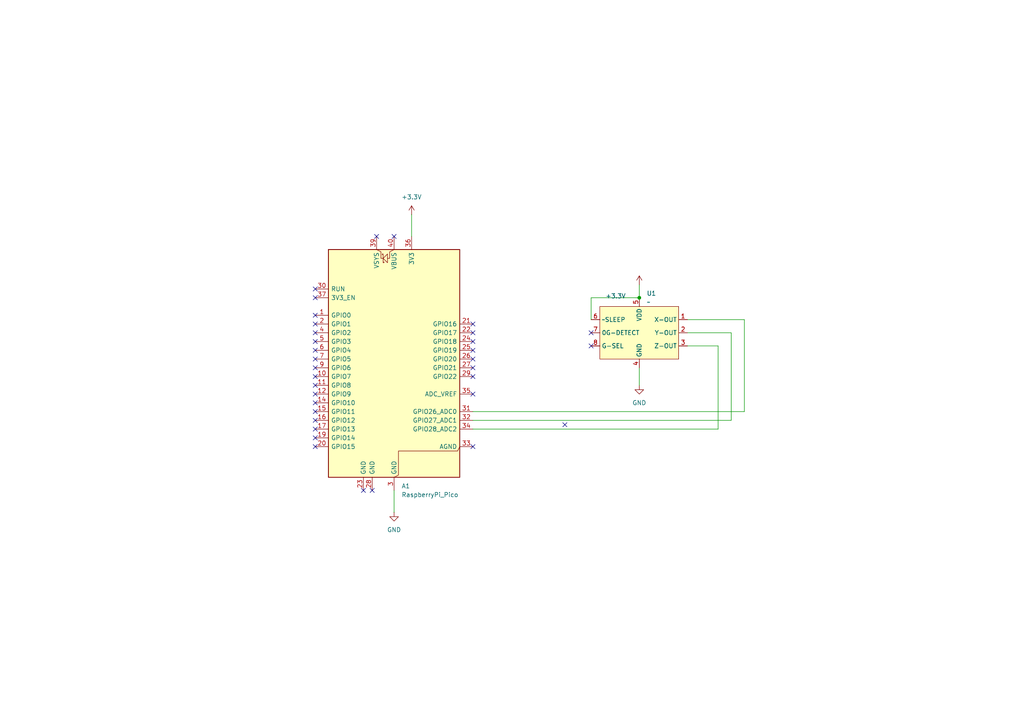
<source format=kicad_sch>
(kicad_sch (version 20250114) (generator "eeschema") (generator_version "9.0")
  (paper "A4")
  (lib_symbols
    (symbol "MCU_Module:RaspberryPi_Pico" (pin_names (offset 0.762))
      (property "Reference" "A1" (at 2.1433 -34.29 0))
      (property "Value" "RaspberryPi_Pico" (at 2.1433 -36.83 0))
      (symbol "RaspberryPi_Pico_0_1"
        (rectangle (start -19.05 34.29) (end 19.05 -31.75) (stroke (width 0.254)) (fill (type background)))
        (polyline (pts (xy -5.08 34.29) (xy -3.81 33.655) (xy -3.81 31.75) (xy -3.175 31.75)))
        (polyline (pts (xy -3.429 32.766) (xy -3.429 33.02) (xy -3.175 33.02) (xy -3.175 30.48) (xy -2.921 30.48) (xy -2.921 30.734)))
        (polyline (pts (xy -3.175 31.75) (xy -1.905 33.02) (xy -1.905 30.48) (xy -3.175 31.75)))
        (polyline (pts (xy 0 34.29) (xy -1.27 33.655) (xy -1.27 31.75) (xy -1.905 31.75)))
        (polyline (pts (xy 0 -31.75) (xy 1.27 -31.115) (xy 1.27 -24.13) (xy 18.415 -24.13) (xy 19.05 -22.86)))
      )
      (symbol "RaspberryPi_Pico_1_1"
        (pin passive line (at -22.86 22.86 0) (length 3.81) (name "RUN") (number "30"))
        (pin passive line (at -22.86 20.32 0) (length 3.81) (name "3V3_EN") (number "37"))
        (pin bidirectional line (at -22.86 15.24 0) (length 3.81) (name "GPIO0") (number "1"))
        (pin bidirectional line (at -22.86 12.7 0) (length 3.81) (name "GPIO1") (number "2"))
        (pin bidirectional line (at -22.86 10.16 0) (length 3.81) (name "GPIO2") (number "4"))
        (pin bidirectional line (at -22.86 7.62 0) (length 3.81) (name "GPIO3") (number "5"))
        (pin bidirectional line (at -22.86 5.08 0) (length 3.81) (name "GPIO4") (number "6"))
        (pin bidirectional line (at -22.86 2.54 0) (length 3.81) (name "GPIO5") (number "7"))
        (pin bidirectional line (at -22.86 0 0) (length 3.81) (name "GPIO6") (number "9"))
        (pin bidirectional line (at -22.86 -2.54 0) (length 3.81) (name "GPIO7") (number "10"))
        (pin bidirectional line (at -22.86 -5.08 0) (length 3.81) (name "GPIO8") (number "11"))
        (pin bidirectional line (at -22.86 -7.62 0) (length 3.81) (name "GPIO9") (number "12"))
        (pin bidirectional line (at -22.86 -10.16 0) (length 3.81) (name "GPIO10") (number "14"))
        (pin bidirectional line (at -22.86 -12.7 0) (length 3.81) (name "GPIO11") (number "15"))
        (pin bidirectional line (at -22.86 -15.24 0) (length 3.81) (name "GPIO12") (number "16"))
        (pin bidirectional line (at -22.86 -17.78 0) (length 3.81) (name "GPIO13") (number "17"))
        (pin bidirectional line (at -22.86 -20.32 0) (length 3.81) (name "GPIO14") (number "19"))
        (pin bidirectional line (at -22.86 -22.86 0) (length 3.81) (name "GPIO15") (number "20"))
        (pin passive line (at -16.51 -35.56 90) (length 3.81) (hide yes) (name "GND") (number "8"))
        (pin passive line (at -13.97 -35.56 90) (length 3.81) (hide yes) (name "GND") (number "13"))
        (pin passive line (at -11.43 -35.56 90) (length 3.81) (hide yes) (name "GND") (number "18"))
        (pin power_out line (at -8.89 -35.56 90) (length 3.81) (name "GND") (number "23"))
        (pin power_out line (at -6.35 -35.56 90) (length 3.81) (name "GND") (number "28"))
        (pin power_in line (at -5.08 38.1 270) (length 3.81) (name "VSYS") (number "39"))
        (pin passive line (at -3.81 -35.56 90) (length 3.81) (hide yes) (name "GND") (number "38"))
        (pin power_out line (at 0 38.1 270) (length 3.81) (name "VBUS") (number "40"))
        (pin power_out line (at 0 -35.56 90) (length 3.81) (name "GND") (number "3"))
        (pin power_out line (at 5.08 38.1 270) (length 3.81) (name "3V3") (number "36"))
        (pin bidirectional line (at 22.86 12.7 180) (length 3.81) (name "GPIO16") (number "21"))
        (pin bidirectional line (at 22.86 10.16 180) (length 3.81) (name "GPIO17") (number "22"))
        (pin bidirectional line (at 22.86 7.62 180) (length 3.81) (name "GPIO18") (number "24"))
        (pin bidirectional line (at 22.86 5.08 180) (length 3.81) (name "GPIO19") (number "25"))
        (pin bidirectional line (at 22.86 2.54 180) (length 3.81) (name "GPIO20") (number "26"))
        (pin bidirectional line (at 22.86 0 180) (length 3.81) (name "GPIO21") (number "27"))
        (pin bidirectional line (at 22.86 -2.54 180) (length 3.81) (name "GPIO22") (number "29"))
        (pin power_in line (at 22.86 -7.62 180) (length 3.81) (name "ADC_VREF") (number "35"))
        (pin bidirectional line (at 22.86 -12.7 180) (length 3.81) (name "GPIO26_ADC0") (number "31"))
        (pin bidirectional line (at 22.86 -15.24 180) (length 3.81) (name "GPIO27_ADC1") (number "32"))
        (pin bidirectional line (at 22.86 -17.78 180) (length 3.81) (name "GPIO28_ADC2") (number "34"))
        (pin power_out line (at 22.86 -22.86 180) (length 3.81) (name "AGND") (number "33"))
      )
    )
    (symbol "MyLibraryA:MMA7361LC_module"
      (property "Reference" "U" (at -9.652 13.97 0))
      (symbol "MMA7361LC_module_1_1"
        (rectangle (start -11.43 7.62) (end 11.43 -7.62) (fill (type background)))
        (pin input line (at -13.97 3.81 0) (length 2.54) (name "~SLEEP") (number "6"))
        (pin output line (at -13.97 0 0) (length 2.54) (name "0G-DETECT") (number "7"))
        (pin input line (at -13.97 -3.81 0) (length 2.54) (name "G-SEL") (number "8"))
        (pin power_in line (at 0 10.16 270) (length 2.54) (name "VDD") (number "5"))
        (pin power_in line (at 0 -10.16 90) (length 2.54) (name "GND") (number "4"))
        (pin output line (at 13.97 3.81 180) (length 2.54) (name "X-OUT") (number "1"))
        (pin output line (at 13.97 0 180) (length 2.54) (name "Y-OUT") (number "2"))
        (pin output line (at 13.97 -3.81 180) (length 2.54) (name "Z-OUT") (number "3"))
      )
    )
    (symbol "power:+3.3V" (power) (pin_numbers (hide yes)) (pin_names (offset 0) (hide yes))
      (property "Value" "+3.3V" (at 0 3.556 0))
      (symbol "+3.3V_0_1"
        (polyline (pts (xy -0.762 1.27) (xy 0 2.54)))
        (polyline (pts (xy 0 2.54) (xy 0.762 1.27)))
        (polyline (pts (xy 0 0) (xy 0 2.54)))
      )
      (symbol "+3.3V_1_1"
        (pin power_in line (at 0 0 90) (length 0) (name "~") (number "1"))
      )
    )
    (symbol "power:GND" (power) (pin_numbers (hide yes)) (pin_names (offset 0) (hide yes))
      (property "Value" "GND" (at 0 -3.81 0))
      (symbol "GND_0_1"
        (polyline (pts (xy 0 0) (xy 0 -1.27) (xy 1.27 -1.27) (xy 0 -2.54) (xy -1.27 -1.27) (xy 0 -1.27)))
      )
      (symbol "GND_1_1"
        (pin power_in line (at 0 0 270) (length 0) (name "~") (number "1"))
      )
    )
  )
  (junction (at 185.42 86.36))
  (no_connect (at 91.44 109.22))
  (no_connect (at 91.44 104.14))
  (no_connect (at 91.44 121.92))
  (no_connect (at 137.16 109.22))
  (no_connect (at 91.44 111.76))
  (no_connect (at 137.16 93.98))
  (no_connect (at 137.16 129.54))
  (no_connect (at 91.44 119.38))
  (no_connect (at 91.44 129.54))
  (no_connect (at 137.16 114.3))
  (no_connect (at 91.44 116.84))
  (no_connect (at 91.44 86.36))
  (no_connect (at 137.16 104.14))
  (no_connect (at 91.44 91.44))
  (no_connect (at 91.44 93.98))
  (no_connect (at 137.16 106.68))
  (no_connect (at 163.83 123.19))
  (no_connect (at 91.44 96.52))
  (no_connect (at 91.44 106.68))
  (no_connect (at 137.16 99.06))
  (no_connect (at 105.41 142.24))
  (no_connect (at 91.44 101.6))
  (no_connect (at 171.45 96.52))
  (no_connect (at 91.44 83.82))
  (no_connect (at 107.95 142.24))
  (no_connect (at 137.16 101.6))
  (no_connect (at 171.45 100.33))
  (no_connect (at 137.16 96.52))
  (no_connect (at 114.3 68.58))
  (no_connect (at 91.44 124.46))
  (no_connect (at 91.44 127))
  (no_connect (at 91.44 99.06))
  (no_connect (at 91.44 114.3))
  (no_connect (at 109.22 68.58))
  (wire (pts (xy 199.39 92.71) (xy 215.9 92.71)))
  (wire (pts (xy 119.38 62.23) (xy 119.38 68.58)))
  (wire (pts (xy 114.3 142.24) (xy 114.3 148.59)))
  (wire (pts (xy 185.42 86.36) (xy 185.42 82.55)))
  (wire (pts (xy 215.9 92.71) (xy 215.9 119.38)))
  (wire (pts (xy 171.45 86.36) (xy 171.45 92.71)))
  (wire (pts (xy 185.42 106.68) (xy 185.42 111.76)))
  (wire (pts (xy 185.42 86.36) (xy 171.45 86.36)))
  (wire (pts (xy 208.28 100.33) (xy 208.28 124.46)))
  (wire (pts (xy 199.39 96.52) (xy 212.09 96.52)))
  (wire (pts (xy 185.42 87.63) (xy 185.42 86.36)))
  (wire (pts (xy 212.09 96.52) (xy 212.09 121.92)))
  (wire (pts (xy 215.9 119.38) (xy 137.16 119.38)))
  (wire (pts (xy 212.09 121.92) (xy 137.16 121.92)))
  (wire (pts (xy 208.28 124.46) (xy 137.16 124.46)))
  (wire (pts (xy 199.39 100.33) (xy 208.28 100.33)))
  (symbol (lib_id "MCU_Module:RaspberryPi_Pico") (at 114.3 106.68 0) (unit 1)
    (property "Reference" "A1" (at 116.4433 140.97 0) (effects (justify left)))
    (property "Value" "RaspberryPi_Pico" (at 116.4433 143.51 0) (effects (justify left)))
    (property "Footprint" "Module:RaspberryPi_Pico_Common_THT" (effects (hide yes)))
    (property "Datasheet" "https://datasheets.raspberrypi.com/pico/pico-datasheet.pdf" (effects (hide yes)))
    (property "Description" "Versatile and inexpensive microcontroller module powered by RP2040 dual-core Arm Cortex-M0+ processor up to 133 MHz, 264kB SRAM, 2MB QSPI flash; also supports Raspberry Pi Pico 2" (effects (hide yes)))
  )
  (symbol (lib_id "MyLibraryA:MMA7361LC_module") (at 185.42 96.52 0) (unit 1)
    (property "Reference" "U1" (at 187.5633 85.09 0) (effects (justify left)))
    (property "Value" "~" (at 187.5633 87.63 0) (effects (justify left)))
    (property "Footprint" "MyLibrary:MMA7361LC_module" (effects (hide yes)))
  )
  (symbol (lib_id "power:GND") (at 185.42 111.76 0) (unit 1)
    (property "Reference" "#PWR01" (effects (hide yes)))
    (property "Value" "GND" (at 185.42 116.84 0))
    (property "Description" "Power symbol creates a global label with name \"GND\" , ground" (effects (hide yes)))
  )
  (symbol (lib_id "power:+3.3V") (at 119.38 62.23 0) (unit 1)
    (property "Reference" "#PWR04" (effects (hide yes)))
    (property "Value" "+3.3V" (at 119.38 57.15 0))
    (property "Description" "Power symbol creates a global label with name \"+3.3V\"" (effects (hide yes)))
  )
  (symbol (lib_id "power:+3.3V") (at 185.42 82.55 0) (unit 1)
    (property "Reference" "#PWR03" (effects (hide yes)))
    (property "Value" "+3.3V" (at 178.562 85.852 0))
    (property "Description" "Power symbol creates a global label with name \"+3.3V\"" (effects (hide yes)))
  )
  (symbol (lib_id "power:GND") (at 114.3 148.59 0) (unit 1)
    (property "Reference" "#PWR02" (effects (hide yes)))
    (property "Value" "GND" (at 114.3 153.67 0))
    (property "Description" "Power symbol creates a global label with name \"GND\" , ground" (effects (hide yes)))
  )
)
</source>
